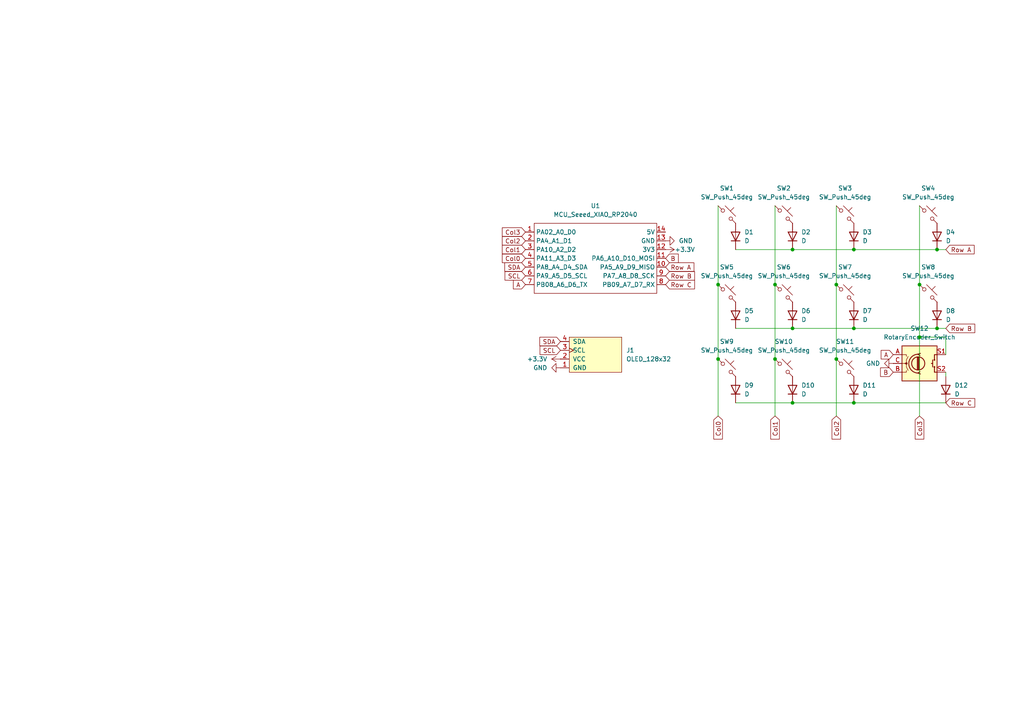
<source format=kicad_sch>
(kicad_sch (version 20250114) (generator "eeschema") (generator_version "9.0")
  (paper "A4")
  (lib_symbols
    (symbol "Device:D" (pin_numbers (hide yes)) (pin_names (offset 1.016) (hide yes))
      (property "Reference" "D" (at 0 2.54 0))
      (property "Value" "D" (at 0 -2.54 0))
      (symbol "D_0_1"
        (polyline (pts (xy -1.27 1.27) (xy -1.27 -1.27)) (stroke (width 0.254)))
        (polyline (pts (xy 1.27 1.27) (xy 1.27 -1.27) (xy -1.27 0) (xy 1.27 1.27)) (stroke (width 0.254)))
        (polyline (pts (xy 1.27 0) (xy -1.27 0)))
      )
      (symbol "D_1_1"
        (pin passive line (at -3.81 0 0) (length 2.54) (name "K") (number "1"))
        (pin passive line (at 3.81 0 180) (length 2.54) (name "A") (number "2"))
      )
    )
    (symbol "Device:RotaryEncoder_Switch" (pin_names (offset 0.254) (hide yes))
      (property "Reference" "SW" (at 0 6.604 0))
      (property "Value" "RotaryEncoder_Switch" (at 0 -6.604 0))
      (symbol "RotaryEncoder_Switch_0_1"
        (rectangle (start -5.08 5.08) (end 5.08 -5.08) (stroke (width 0.254)) (fill (type background)))
        (polyline (pts (xy -5.08 2.54) (xy -3.81 2.54) (xy -3.81 2.032)))
        (polyline (pts (xy -5.08 0) (xy -3.81 0) (xy -3.81 -1.016) (xy -3.302 -2.032)))
        (polyline (pts (xy -5.08 -2.54) (xy -3.81 -2.54) (xy -3.81 -2.032)))
        (polyline (pts (xy -4.318 0) (xy -3.81 0) (xy -3.81 1.016) (xy -3.302 2.032)))
        (circle (center -3.81 0) (radius 0.254) (fill (type outline)))
        (polyline (pts (xy -0.635 -1.778) (xy -0.635 1.778)) (stroke (width 0.254)))
        (circle (center -0.381 0) (radius 1.905) (stroke (width 0.254)))
        (polyline (pts (xy -0.381 -1.778) (xy -0.381 1.778)) (stroke (width 0.254)))
        (arc (start -0.381 -2.794) (mid -3.0988 -0.0635) (end -0.381 2.667) (stroke (width 0.254)))
        (polyline (pts (xy -0.127 1.778) (xy -0.127 -1.778)) (stroke (width 0.254)))
        (polyline (pts (xy 0.254 2.921) (xy -0.508 2.667) (xy 0.127 2.286)) (stroke (width 0.254)))
        (polyline (pts (xy 0.254 -3.048) (xy -0.508 -2.794) (xy 0.127 -2.413)) (stroke (width 0.254)))
        (polyline (pts (xy 3.81 1.016) (xy 3.81 -1.016)) (stroke (width 0.254)))
        (polyline (pts (xy 3.81 0) (xy 3.429 0)) (stroke (width 0.254)))
        (circle (center 4.318 1.016) (radius 0.127) (stroke (width 0.254)))
        (circle (center 4.318 -1.016) (radius 0.127) (stroke (width 0.254)))
        (polyline (pts (xy 5.08 2.54) (xy 4.318 2.54) (xy 4.318 1.016)) (stroke (width 0.254)))
        (polyline (pts (xy 5.08 -2.54) (xy 4.318 -2.54) (xy 4.318 -1.016)) (stroke (width 0.254)))
      )
      (symbol "RotaryEncoder_Switch_1_1"
        (pin passive line (at -7.62 2.54 0) (length 2.54) (name "A") (number "A"))
        (pin passive line (at -7.62 0 0) (length 2.54) (name "C") (number "C"))
        (pin passive line (at -7.62 -2.54 0) (length 2.54) (name "B") (number "B"))
        (pin passive line (at 7.62 2.54 180) (length 2.54) (name "S1") (number "S1"))
        (pin passive line (at 7.62 -2.54 180) (length 2.54) (name "S2") (number "S2"))
      )
    )
    (symbol "ScottoKeebs:MCU_Seeed_XIAO_RP2040"
      (property "Reference" "U" (at -16.51 11.43 0))
      (property "Value" "MCU_Seeed_XIAO_RP2040" (at -3.81 -11.43 0))
      (symbol "MCU_Seeed_XIAO_RP2040_0_1"
        (rectangle (start -16.51 10.16) (end 19.05 -10.16))
      )
      (symbol "MCU_Seeed_XIAO_RP2040_1_1"
        (pin passive line (at -19.05 7.62 0) (length 2.54) (name "PA02_A0_D0") (number "1"))
        (pin passive line (at -19.05 5.08 0) (length 2.54) (name "PA4_A1_D1") (number "2"))
        (pin passive line (at -19.05 2.54 0) (length 2.54) (name "PA10_A2_D2") (number "3"))
        (pin passive line (at -19.05 0 0) (length 2.54) (name "PA11_A3_D3") (number "4"))
        (pin passive line (at -19.05 -2.54 0) (length 2.54) (name "PA8_A4_D4_SDA") (number "5"))
        (pin passive line (at -19.05 -5.08 0) (length 2.54) (name "PA9_A5_D5_SCL") (number "6"))
        (pin passive line (at -19.05 -7.62 0) (length 2.54) (name "PB08_A6_D6_TX") (number "7"))
        (pin passive line (at 21.59 7.62 180) (length 2.54) (name "5V") (number "14"))
        (pin passive line (at 21.59 5.08 180) (length 2.54) (name "GND") (number "13"))
        (pin passive line (at 21.59 2.54 180) (length 2.54) (name "3V3") (number "12"))
        (pin passive line (at 21.59 0 180) (length 2.54) (name "PA6_A10_D10_MOSI") (number "11"))
        (pin passive line (at 21.59 -2.54 180) (length 2.54) (name "PA5_A9_D9_MISO") (number "10"))
        (pin passive line (at 21.59 -5.08 180) (length 2.54) (name "PA7_A8_D8_SCK") (number "9"))
        (pin passive line (at 21.59 -7.62 180) (length 2.54) (name "PB09_A7_D7_RX") (number "8"))
      )
    )
    (symbol "ScottoKeebs:OLED_128x32" (pin_names (offset 1.016))
      (property "Reference" "J" (at 0 -6.35 0))
      (property "Value" "OLED_128x32" (at 0 6.35 0))
      (symbol "OLED_128x32_0_1"
        (rectangle (start 0 5.08) (end 15.24 -5.08) (fill (type background)))
      )
      (symbol "OLED_128x32_1_1"
        (pin bidirectional line (at -2.54 3.81 0) (length 2.54) (name "SDA") (number "4"))
        (pin input clock (at -2.54 1.27 0) (length 2.54) (name "SCL") (number "3"))
        (pin power_in line (at -2.54 -1.27 0) (length 2.54) (name "VCC") (number "2"))
        (pin power_in line (at -2.54 -3.81 0) (length 2.54) (name "GND") (number "1"))
      )
    )
    (symbol "Switch:SW_Push_45deg" (pin_numbers (hide yes)) (pin_names (offset 1.016) (hide yes))
      (property "Reference" "SW" (at 3.048 1.016 0))
      (property "Value" "SW_Push_45deg" (at 0 -3.81 0))
      (symbol "SW_Push_45deg_0_1"
        (polyline (pts (xy -2.54 2.54) (xy -1.524 1.524) (xy -1.524 1.524)))
        (circle (center -1.1684 1.1684) (radius 0.508))
        (polyline (pts (xy -0.508 2.54) (xy 2.54 -0.508)))
        (polyline (pts (xy 1.016 1.016) (xy 2.032 2.032)))
        (circle (center 1.143 -1.1938) (radius 0.508))
        (polyline (pts (xy 1.524 -1.524) (xy 2.54 -2.54) (xy 2.54 -2.54) (xy 2.54 -2.54)))
        (pin passive line (at -2.54 2.54 0) (length 0) (name "1") (number "1"))
        (pin passive line (at 2.54 -2.54 180) (length 0) (name "2") (number "2"))
      )
    )
    (symbol "power:+3.3V" (power) (pin_numbers (hide yes)) (pin_names (offset 0) (hide yes))
      (property "Value" "+3.3V" (at 0 3.556 0))
      (symbol "+3.3V_0_1"
        (polyline (pts (xy -0.762 1.27) (xy 0 2.54)))
        (polyline (pts (xy 0 2.54) (xy 0.762 1.27)))
        (polyline (pts (xy 0 0) (xy 0 2.54)))
      )
      (symbol "+3.3V_1_1"
        (pin power_in line (at 0 0 90) (length 0) (name "~") (number "1"))
      )
    )
    (symbol "power:GND" (power) (pin_numbers (hide yes)) (pin_names (offset 0) (hide yes))
      (property "Value" "GND" (at 0 -3.81 0))
      (symbol "GND_0_1"
        (polyline (pts (xy 0 0) (xy 0 -1.27) (xy 1.27 -1.27) (xy 0 -2.54) (xy -1.27 -1.27) (xy 0 -1.27)))
      )
      (symbol "GND_1_1"
        (pin power_in line (at 0 0 270) (length 0) (name "~") (number "1"))
      )
    )
  )
  (junction (at 247.65 116.84))
  (junction (at 266.7 82.55))
  (junction (at 247.65 95.25))
  (junction (at 266.7 97.79))
  (junction (at 271.78 72.39))
  (junction (at 229.87 72.39))
  (junction (at 224.79 104.14))
  (junction (at 224.79 82.55))
  (junction (at 208.28 104.14))
  (junction (at 242.57 104.14))
  (junction (at 247.65 72.39))
  (junction (at 242.57 82.55))
  (junction (at 271.78 95.25))
  (junction (at 208.28 82.55))
  (junction (at 229.87 116.84))
  (junction (at 229.87 95.25))
  (wire (pts (xy 274.32 107.95) (xy 274.32 109.22)))
  (wire (pts (xy 247.65 116.84) (xy 274.32 116.84)))
  (wire (pts (xy 266.7 82.55) (xy 266.7 97.79)))
  (wire (pts (xy 242.57 104.14) (xy 242.57 120.65)))
  (wire (pts (xy 271.78 72.39) (xy 274.32 72.39)))
  (wire (pts (xy 224.79 104.14) (xy 224.79 120.65)))
  (wire (pts (xy 229.87 72.39) (xy 247.65 72.39)))
  (wire (pts (xy 213.36 95.25) (xy 229.87 95.25)))
  (wire (pts (xy 242.57 59.69) (xy 242.57 82.55)))
  (wire (pts (xy 274.32 95.25) (xy 271.78 95.25)))
  (wire (pts (xy 242.57 82.55) (xy 242.57 104.14)))
  (wire (pts (xy 229.87 95.25) (xy 247.65 95.25)))
  (wire (pts (xy 274.32 102.87) (xy 274.32 97.79)))
  (wire (pts (xy 208.28 59.69) (xy 208.28 82.55)))
  (wire (pts (xy 229.87 116.84) (xy 247.65 116.84)))
  (wire (pts (xy 247.65 72.39) (xy 271.78 72.39)))
  (wire (pts (xy 224.79 59.69) (xy 224.79 82.55)))
  (wire (pts (xy 266.7 97.79) (xy 266.7 120.65)))
  (wire (pts (xy 224.79 82.55) (xy 224.79 104.14)))
  (wire (pts (xy 247.65 95.25) (xy 271.78 95.25)))
  (wire (pts (xy 274.32 97.79) (xy 266.7 97.79)))
  (wire (pts (xy 208.28 104.14) (xy 208.28 120.65)))
  (wire (pts (xy 213.36 116.84) (xy 229.87 116.84)))
  (wire (pts (xy 213.36 72.39) (xy 229.87 72.39)))
  (wire (pts (xy 208.28 82.55) (xy 208.28 104.14)))
  (wire (pts (xy 266.7 59.69) (xy 266.7 82.55)))
  (global_label "B" (shape input) (at 193.04 74.93 0) (property "Intersheetrefs" "${INTERSHEET_REFS}" (effects (hide yes))))
  (global_label "SDA" (shape input) (at 152.4 77.47 180) (property "Intersheetrefs" "${INTERSHEET_REFS}" (effects (hide yes))))
  (global_label "A" (shape input) (at 152.4 82.55 180) (property "Intersheetrefs" "${INTERSHEET_REFS}" (effects (hide yes))))
  (global_label "A" (shape input) (at 259.08 102.87 180) (property "Intersheetrefs" "${INTERSHEET_REFS}" (effects (hide yes))))
  (global_label "Col1" (shape input) (at 224.79 120.65 270) (property "Intersheetrefs" "${INTERSHEET_REFS}" (effects (hide yes))))
  (global_label "Col1" (shape input) (at 152.4 72.39 180) (property "Intersheetrefs" "${INTERSHEET_REFS}" (effects (hide yes))))
  (global_label "Row C" (shape input) (at 193.04 82.55 0) (property "Intersheetrefs" "${INTERSHEET_REFS}" (effects (hide yes))))
  (global_label "Row B" (shape input) (at 274.32 95.25 0) (property "Intersheetrefs" "${INTERSHEET_REFS}" (effects (hide yes))))
  (global_label "Col0" (shape input) (at 208.28 120.65 270) (property "Intersheetrefs" "${INTERSHEET_REFS}" (effects (hide yes))))
  (global_label "B" (shape input) (at 259.08 107.95 180) (property "Intersheetrefs" "${INTERSHEET_REFS}" (effects (hide yes))))
  (global_label "Row A" (shape input) (at 274.32 72.39 0) (property "Intersheetrefs" "${INTERSHEET_REFS}" (effects (hide yes))))
  (global_label "SCL" (shape input) (at 152.4 80.01 180) (property "Intersheetrefs" "${INTERSHEET_REFS}" (effects (hide yes))))
  (global_label "Col2" (shape input) (at 242.57 120.65 270) (property "Intersheetrefs" "${INTERSHEET_REFS}" (effects (hide yes))))
  (global_label "Row B" (shape input) (at 193.04 80.01 0) (property "Intersheetrefs" "${INTERSHEET_REFS}" (effects (hide yes))))
  (global_label "Row C" (shape input) (at 274.32 116.84 0) (property "Intersheetrefs" "${INTERSHEET_REFS}" (effects (hide yes))))
  (global_label "SDA" (shape input) (at 162.56 99.06 180) (property "Intersheetrefs" "${INTERSHEET_REFS}" (effects (hide yes))))
  (global_label "Col3" (shape input) (at 266.7 120.65 270) (property "Intersheetrefs" "${INTERSHEET_REFS}" (effects (hide yes))))
  (global_label "Col0" (shape input) (at 152.4 74.93 180) (property "Intersheetrefs" "${INTERSHEET_REFS}" (effects (hide yes))))
  (global_label "Col2" (shape input) (at 152.4 69.85 180) (property "Intersheetrefs" "${INTERSHEET_REFS}" (effects (hide yes))))
  (global_label "SCL" (shape input) (at 162.56 101.6 180) (property "Intersheetrefs" "${INTERSHEET_REFS}" (effects (hide yes))))
  (global_label "Row A" (shape input) (at 193.04 77.47 0) (property "Intersheetrefs" "${INTERSHEET_REFS}" (effects (hide yes))))
  (global_label "Col3" (shape input) (at 152.4 67.31 180) (property "Intersheetrefs" "${INTERSHEET_REFS}" (effects (hide yes))))
  (symbol (lib_id "Switch:SW_Push_45deg") (at 245.11 85.09 0) (unit 1)
    (property "Reference" "SW7" (at 245.11 77.47 0))
    (property "Value" "SW_Push_45deg" (at 245.11 80.01 0))
    (property "Footprint" "ScottoKeebs_MX:MX_PCB_1.00u" (effects (hide yes)))
    (property "Description" "Push button switch, normally open, two pins, 45° tilted" (effects (hide yes)))
  )
  (symbol (lib_id "Device:D") (at 213.36 91.44 90) (unit 1)
    (property "Reference" "D5" (at 215.9 90.1699 90) (effects (justify right)))
    (property "Value" "D" (at 215.9 92.7099 90) (effects (justify right)))
    (property "Footprint" "ScottoKeebs_Components:Diode_DO-35" (effects (hide yes)))
    (property "Description" "Diode" (effects (hide yes)))
    (property "Sim.Device" "D" (effects (hide yes)))
    (property "Sim.Pins" "1=K 2=A" (effects (hide yes)))
  )
  (symbol (lib_id "power:GND") (at 193.04 69.85 90) (unit 1)
    (property "Reference" "#PWR03" (effects (hide yes)))
    (property "Value" "GND" (at 196.85 69.8499 90) (effects (justify right)))
    (property "Description" "Power symbol creates a global label with name \"GND\" , ground" (effects (hide yes)))
  )
  (symbol (lib_id "Device:D") (at 213.36 68.58 90) (unit 1)
    (property "Reference" "D1" (at 215.9 67.3099 90) (effects (justify right)))
    (property "Value" "D" (at 215.9 69.8499 90) (effects (justify right)))
    (property "Footprint" "ScottoKeebs_Components:Diode_DO-35" (effects (hide yes)))
    (property "Description" "Diode" (effects (hide yes)))
    (property "Sim.Device" "D" (effects (hide yes)))
    (property "Sim.Pins" "1=K 2=A" (effects (hide yes)))
  )
  (symbol (lib_id "power:+3.3V") (at 193.04 72.39 270) (unit 1)
    (property "Reference" "#PWR04" (effects (hide yes)))
    (property "Value" "+3.3V" (at 198.628 72.39 90))
    (property "Description" "Power symbol creates a global label with name \"+3.3V\"" (effects (hide yes)))
  )
  (symbol (lib_id "Switch:SW_Push_45deg") (at 210.82 62.23 0) (unit 1)
    (property "Reference" "SW1" (at 210.82 54.61 0))
    (property "Value" "SW_Push_45deg" (at 210.82 57.15 0))
    (property "Footprint" "ScottoKeebs_MX:MX_PCB_1.00u" (effects (hide yes)))
    (property "Description" "Push button switch, normally open, two pins, 45° tilted" (effects (hide yes)))
  )
  (symbol (lib_id "Switch:SW_Push_45deg") (at 269.24 62.23 0) (unit 1)
    (property "Reference" "SW4" (at 269.24 54.61 0))
    (property "Value" "SW_Push_45deg" (at 269.24 57.15 0))
    (property "Footprint" "ScottoKeebs_MX:MX_PCB_1.00u" (effects (hide yes)))
    (property "Description" "Push button switch, normally open, two pins, 45° tilted" (effects (hide yes)))
  )
  (symbol (lib_id "power:GND") (at 162.56 106.68 270) (unit 1)
    (property "Reference" "#PWR02" (effects (hide yes)))
    (property "Value" "GND" (at 158.75 106.6799 90) (effects (justify right)))
    (property "Description" "Power symbol creates a global label with name \"GND\" , ground" (effects (hide yes)))
  )
  (symbol (lib_id "Device:D") (at 247.65 68.58 90) (unit 1)
    (property "Reference" "D3" (at 250.19 67.3099 90) (effects (justify right)))
    (property "Value" "D" (at 250.19 69.8499 90) (effects (justify right)))
    (property "Footprint" "ScottoKeebs_Components:Diode_DO-35" (effects (hide yes)))
    (property "Description" "Diode" (effects (hide yes)))
    (property "Sim.Device" "D" (effects (hide yes)))
    (property "Sim.Pins" "1=K 2=A" (effects (hide yes)))
  )
  (symbol (lib_id "Device:D") (at 213.36 113.03 90) (unit 1)
    (property "Reference" "D9" (at 215.9 111.7599 90) (effects (justify right)))
    (property "Value" "D" (at 215.9 114.2999 90) (effects (justify right)))
    (property "Footprint" "ScottoKeebs_Components:Diode_DO-35" (effects (hide yes)))
    (property "Description" "Diode" (effects (hide yes)))
    (property "Sim.Device" "D" (effects (hide yes)))
    (property "Sim.Pins" "1=K 2=A" (effects (hide yes)))
  )
  (symbol (lib_id "Switch:SW_Push_45deg") (at 210.82 106.68 0) (unit 1)
    (property "Reference" "SW9" (at 210.82 99.06 0))
    (property "Value" "SW_Push_45deg" (at 210.82 101.6 0))
    (property "Footprint" "ScottoKeebs_MX:MX_PCB_1.00u" (effects (hide yes)))
    (property "Description" "Push button switch, normally open, two pins, 45° tilted" (effects (hide yes)))
  )
  (symbol (lib_id "Device:D") (at 247.65 113.03 90) (unit 1)
    (property "Reference" "D11" (at 250.19 111.7599 90) (effects (justify right)))
    (property "Value" "D" (at 250.19 114.2999 90) (effects (justify right)))
    (property "Footprint" "ScottoKeebs_Components:Diode_DO-35" (effects (hide yes)))
    (property "Description" "Diode" (effects (hide yes)))
    (property "Sim.Device" "D" (effects (hide yes)))
    (property "Sim.Pins" "1=K 2=A" (effects (hide yes)))
  )
  (symbol (lib_id "Device:RotaryEncoder_Switch") (at 266.7 105.41 0) (unit 1)
    (property "Reference" "SW12" (at 266.7 95.25 0))
    (property "Value" "RotaryEncoder_Switch" (at 266.7 97.79 0))
    (property "Footprint" "ScottoKeebs_Scotto:Encoder_EC11_MX" (effects (hide yes)))
    (property "Description" "Rotary encoder, dual channel, incremental quadrate outputs, with switch" (effects (hide yes)))
  )
  (symbol (lib_id "Switch:SW_Push_45deg") (at 227.33 106.68 0) (unit 1)
    (property "Reference" "SW10" (at 227.33 99.06 0))
    (property "Value" "SW_Push_45deg" (at 227.33 101.6 0))
    (property "Footprint" "ScottoKeebs_MX:MX_PCB_1.00u" (effects (hide yes)))
    (property "Description" "Push button switch, normally open, two pins, 45° tilted" (effects (hide yes)))
  )
  (symbol (lib_id "Device:D") (at 247.65 91.44 90) (unit 1)
    (property "Reference" "D7" (at 250.19 90.1699 90) (effects (justify right)))
    (property "Value" "D" (at 250.19 92.7099 90) (effects (justify right)))
    (property "Footprint" "ScottoKeebs_Components:Diode_DO-35" (effects (hide yes)))
    (property "Description" "Diode" (effects (hide yes)))
    (property "Sim.Device" "D" (effects (hide yes)))
    (property "Sim.Pins" "1=K 2=A" (effects (hide yes)))
  )
  (symbol (lib_id "Switch:SW_Push_45deg") (at 227.33 85.09 0) (unit 1)
    (property "Reference" "SW6" (at 227.33 77.47 0))
    (property "Value" "SW_Push_45deg" (at 227.33 80.01 0))
    (property "Footprint" "ScottoKeebs_MX:MX_PCB_1.00u" (effects (hide yes)))
    (property "Description" "Push button switch, normally open, two pins, 45° tilted" (effects (hide yes)))
  )
  (symbol (lib_id "Device:D") (at 274.32 113.03 90) (unit 1)
    (property "Reference" "D12" (at 276.86 111.7599 90) (effects (justify right)))
    (property "Value" "D" (at 276.86 114.2999 90) (effects (justify right)))
    (property "Footprint" "ScottoKeebs_Components:Diode_DO-35" (effects (hide yes)))
    (property "Description" "Diode" (effects (hide yes)))
    (property "Sim.Device" "D" (effects (hide yes)))
    (property "Sim.Pins" "1=K 2=A" (effects (hide yes)))
  )
  (symbol (lib_id "ScottoKeebs:MCU_Seeed_XIAO_RP2040") (at 171.45 74.93 0) (unit 1)
    (property "Reference" "U1" (at 172.72 59.69 0))
    (property "Value" "MCU_Seeed_XIAO_RP2040" (at 172.72 62.23 0))
    (property "Footprint" "ScottoKeebs_MCU:Seeed_XIAO_RP2040" (effects (hide yes)))
  )
  (symbol (lib_id "Device:D") (at 229.87 68.58 90) (unit 1)
    (property "Reference" "D2" (at 232.41 67.3099 90) (effects (justify right)))
    (property "Value" "D" (at 232.41 69.8499 90) (effects (justify right)))
    (property "Footprint" "ScottoKeebs_Components:Diode_DO-35" (effects (hide yes)))
    (property "Description" "Diode" (effects (hide yes)))
    (property "Sim.Device" "D" (effects (hide yes)))
    (property "Sim.Pins" "1=K 2=A" (effects (hide yes)))
  )
  (symbol (lib_id "Device:D") (at 271.78 68.58 90) (unit 1)
    (property "Reference" "D4" (at 274.32 67.3099 90) (effects (justify right)))
    (property "Value" "D" (at 274.32 69.8499 90) (effects (justify right)))
    (property "Footprint" "ScottoKeebs_Components:Diode_DO-35" (effects (hide yes)))
    (property "Description" "Diode" (effects (hide yes)))
    (property "Sim.Device" "D" (effects (hide yes)))
    (property "Sim.Pins" "1=K 2=A" (effects (hide yes)))
  )
  (symbol (lib_id "Switch:SW_Push_45deg") (at 269.24 85.09 0) (unit 1)
    (property "Reference" "SW8" (at 269.24 77.47 0))
    (property "Value" "SW_Push_45deg" (at 269.24 80.01 0))
    (property "Footprint" "ScottoKeebs_MX:MX_PCB_1.00u" (effects (hide yes)))
    (property "Description" "Push button switch, normally open, two pins, 45° tilted" (effects (hide yes)))
  )
  (symbol (lib_id "Device:D") (at 229.87 91.44 90) (unit 1)
    (property "Reference" "D6" (at 232.41 90.1699 90) (effects (justify right)))
    (property "Value" "D" (at 232.41 92.7099 90) (effects (justify right)))
    (property "Footprint" "ScottoKeebs_Components:Diode_DO-35" (effects (hide yes)))
    (property "Description" "Diode" (effects (hide yes)))
    (property "Sim.Device" "D" (effects (hide yes)))
    (property "Sim.Pins" "1=K 2=A" (effects (hide yes)))
  )
  (symbol (lib_id "ScottoKeebs:OLED_128x32") (at 165.1 102.87 0) (unit 1)
    (property "Reference" "J1" (at 181.61 101.5999 0) (effects (justify left)))
    (property "Value" "OLED_128x32" (at 181.61 104.1399 0) (effects (justify left)))
    (property "Footprint" "ScottoKeebs_Components:OLED_128x32" (effects (hide yes)))
  )
  (symbol (lib_id "Device:D") (at 229.87 113.03 90) (unit 1)
    (property "Reference" "D10" (at 232.41 111.7599 90) (effects (justify right)))
    (property "Value" "D" (at 232.41 114.2999 90) (effects (justify right)))
    (property "Footprint" "ScottoKeebs_Components:Diode_DO-35" (effects (hide yes)))
    (property "Description" "Diode" (effects (hide yes)))
    (property "Sim.Device" "D" (effects (hide yes)))
    (property "Sim.Pins" "1=K 2=A" (effects (hide yes)))
  )
  (symbol (lib_id "Switch:SW_Push_45deg") (at 210.82 85.09 0) (unit 1)
    (property "Reference" "SW5" (at 210.82 77.47 0))
    (property "Value" "SW_Push_45deg" (at 210.82 80.01 0))
    (property "Footprint" "ScottoKeebs_MX:MX_PCB_1.00u" (effects (hide yes)))
    (property "Description" "Push button switch, normally open, two pins, 45° tilted" (effects (hide yes)))
  )
  (symbol (lib_id "Switch:SW_Push_45deg") (at 227.33 62.23 0) (unit 1)
    (property "Reference" "SW2" (at 227.33 54.61 0))
    (property "Value" "SW_Push_45deg" (at 227.33 57.15 0))
    (property "Footprint" "ScottoKeebs_MX:MX_PCB_1.00u" (effects (hide yes)))
    (property "Description" "Push button switch, normally open, two pins, 45° tilted" (effects (hide yes)))
  )
  (symbol (lib_id "Device:D") (at 271.78 91.44 90) (unit 1)
    (property "Reference" "D8" (at 274.32 90.1699 90) (effects (justify right)))
    (property "Value" "D" (at 274.32 92.7099 90) (effects (justify right)))
    (property "Footprint" "ScottoKeebs_Components:Diode_DO-35" (effects (hide yes)))
    (property "Description" "Diode" (effects (hide yes)))
    (property "Sim.Device" "D" (effects (hide yes)))
    (property "Sim.Pins" "1=K 2=A" (effects (hide yes)))
  )
  (symbol (lib_id "Switch:SW_Push_45deg") (at 245.11 106.68 0) (unit 1)
    (property "Reference" "SW11" (at 245.11 99.06 0))
    (property "Value" "SW_Push_45deg" (at 245.11 101.6 0))
    (property "Footprint" "ScottoKeebs_MX:MX_PCB_1.00u" (effects (hide yes)))
    (property "Description" "Push button switch, normally open, two pins, 45° tilted" (effects (hide yes)))
  )
  (symbol (lib_id "Switch:SW_Push_45deg") (at 245.11 62.23 0) (unit 1)
    (property "Reference" "SW3" (at 245.11 54.61 0))
    (property "Value" "SW_Push_45deg" (at 245.11 57.15 0))
    (property "Footprint" "ScottoKeebs_MX:MX_PCB_1.00u" (effects (hide yes)))
    (property "Description" "Push button switch, normally open, two pins, 45° tilted" (effects (hide yes)))
  )
  (symbol (lib_id "power:GND") (at 259.08 105.41 270) (unit 1)
    (property "Reference" "#PWR05" (effects (hide yes)))
    (property "Value" "GND" (at 255.27 105.4099 90) (effects (justify right)))
    (property "Description" "Power symbol creates a global label with name \"GND\" , ground" (effects (hide yes)))
  )
  (symbol (lib_id "power:+3.3V") (at 162.56 104.14 90) (unit 1)
    (property "Reference" "#PWR01" (effects (hide yes)))
    (property "Value" "+3.3V" (at 158.75 104.1399 90) (effects (justify left)))
    (property "Description" "Power symbol creates a global label with name \"+3.3V\"" (effects (hide yes)))
  )
)
</source>
